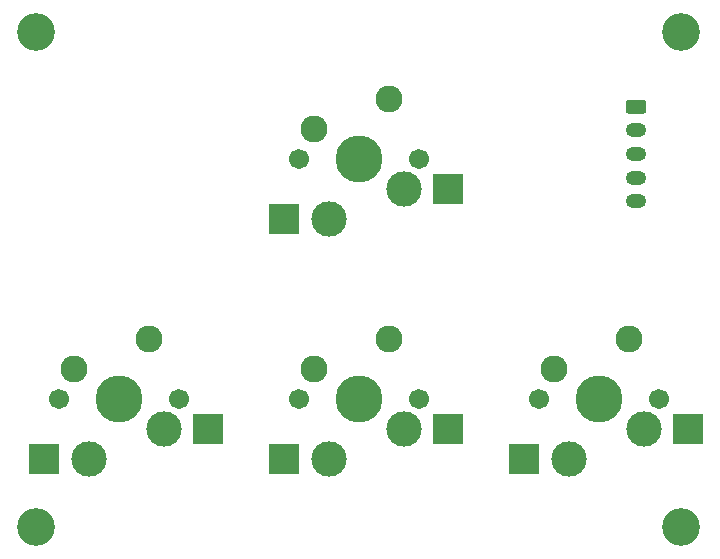
<source format=gbs>
%TF.GenerationSoftware,KiCad,Pcbnew,(5.1.12)-1*%
%TF.CreationDate,2021-12-29T15:11:16-05:00*%
%TF.ProjectId,4keymacropad,346b6579-6d61-4637-926f-7061642e6b69,rev?*%
%TF.SameCoordinates,Original*%
%TF.FileFunction,Soldermask,Bot*%
%TF.FilePolarity,Negative*%
%FSLAX46Y46*%
G04 Gerber Fmt 4.6, Leading zero omitted, Abs format (unit mm)*
G04 Created by KiCad (PCBNEW (5.1.12)-1) date 2021-12-29 15:11:16*
%MOMM*%
%LPD*%
G01*
G04 APERTURE LIST*
%ADD10C,3.200000*%
%ADD11O,1.750000X1.200000*%
%ADD12R,2.550000X2.500000*%
%ADD13C,3.000000*%
%ADD14C,2.286000*%
%ADD15C,3.987800*%
%ADD16C,1.701800*%
G04 APERTURE END LIST*
D10*
%TO.C,REF\u002A\u002A*%
X107315000Y-69850000D03*
%TD*%
%TO.C,REF\u002A\u002A*%
X161925000Y-111760000D03*
%TD*%
%TO.C,REF\u002A\u002A*%
X161925000Y-69850000D03*
%TD*%
%TO.C,REF\u002A\u002A*%
X107315000Y-111760000D03*
%TD*%
%TO.C,J1*%
G36*
G01*
X157489999Y-75600000D02*
X158740001Y-75600000D01*
G75*
G02*
X158990000Y-75849999I0J-249999D01*
G01*
X158990000Y-76550001D01*
G75*
G02*
X158740001Y-76800000I-249999J0D01*
G01*
X157489999Y-76800000D01*
G75*
G02*
X157240000Y-76550001I0J249999D01*
G01*
X157240000Y-75849999D01*
G75*
G02*
X157489999Y-75600000I249999J0D01*
G01*
G37*
D11*
X158115000Y-78200000D03*
X158115000Y-80200000D03*
X158115000Y-82200000D03*
X158115000Y-84200000D03*
%TD*%
D12*
%TO.C,SW1*%
X128330000Y-85725000D03*
D13*
X132080000Y-85725000D03*
X138430000Y-83185000D03*
D14*
X137160000Y-75565000D03*
D15*
X134620000Y-80645000D03*
D14*
X130810000Y-78105000D03*
D16*
X139700000Y-80645000D03*
X129540000Y-80645000D03*
D12*
X142180000Y-83185000D03*
%TD*%
%TO.C,SW2*%
X121860000Y-103505000D03*
D16*
X109220000Y-100965000D03*
X119380000Y-100965000D03*
D14*
X110490000Y-98425000D03*
D15*
X114300000Y-100965000D03*
D14*
X116840000Y-95885000D03*
D13*
X118110000Y-103505000D03*
X111760000Y-106045000D03*
D12*
X108010000Y-106045000D03*
%TD*%
%TO.C,SW3*%
X142180000Y-103505000D03*
D16*
X129540000Y-100965000D03*
X139700000Y-100965000D03*
D14*
X130810000Y-98425000D03*
D15*
X134620000Y-100965000D03*
D14*
X137160000Y-95885000D03*
D13*
X138430000Y-103505000D03*
X132080000Y-106045000D03*
D12*
X128330000Y-106045000D03*
%TD*%
%TO.C,SW4*%
X148650000Y-106045000D03*
D13*
X152400000Y-106045000D03*
X158750000Y-103505000D03*
D14*
X157480000Y-95885000D03*
D15*
X154940000Y-100965000D03*
D14*
X151130000Y-98425000D03*
D16*
X160020000Y-100965000D03*
X149860000Y-100965000D03*
D12*
X162500000Y-103505000D03*
%TD*%
M02*

</source>
